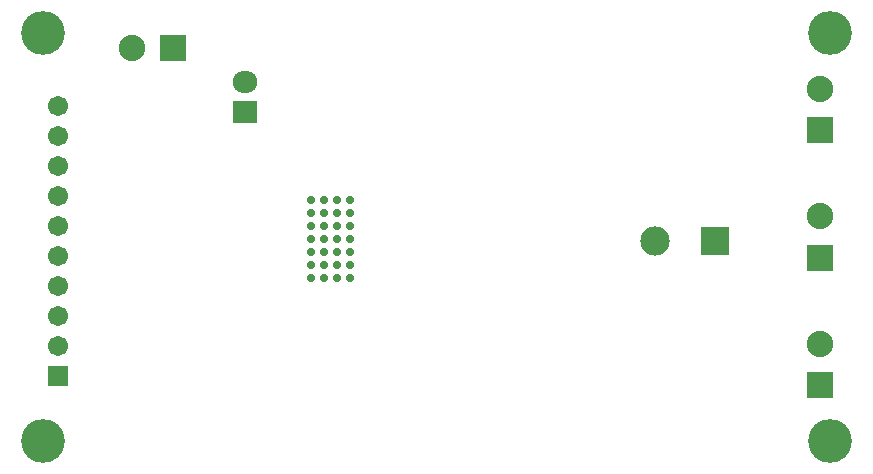
<source format=gbs>
G04*
G04 #@! TF.GenerationSoftware,Altium Limited,Altium Designer,20.2.7 (254)*
G04*
G04 Layer_Color=16711935*
%FSLAX24Y24*%
%MOIN*%
G70*
G04*
G04 #@! TF.SameCoordinates,A2DF4F17-84A0-47B6-94FA-DBA5B2F971EF*
G04*
G04*
G04 #@! TF.FilePolarity,Negative*
G04*
G01*
G75*
%ADD30C,0.1460*%
%ADD31C,0.0980*%
%ADD32R,0.0980X0.0980*%
%ADD33C,0.0880*%
%ADD34R,0.0880X0.0880*%
%ADD35O,0.0830X0.0730*%
%ADD36R,0.0830X0.0730*%
%ADD37C,0.0671*%
%ADD38R,0.0671X0.0671*%
%ADD39R,0.0880X0.0880*%
%ADD40C,0.0277*%
D30*
X21400Y21000D02*
D03*
X47650D02*
D03*
Y34600D02*
D03*
X21400D02*
D03*
D31*
X41800Y27650D02*
D03*
D32*
X43800D02*
D03*
D33*
X24372Y34100D02*
D03*
X47300Y28478D02*
D03*
Y24228D02*
D03*
Y32728D02*
D03*
D34*
X25750Y34100D02*
D03*
D35*
X28150Y32960D02*
D03*
D36*
Y31950D02*
D03*
D37*
X21900Y32150D02*
D03*
Y31150D02*
D03*
Y30150D02*
D03*
Y28150D02*
D03*
Y26150D02*
D03*
Y24150D02*
D03*
Y25150D02*
D03*
Y27150D02*
D03*
Y29150D02*
D03*
D38*
Y23150D02*
D03*
D39*
X47300Y27100D02*
D03*
Y22850D02*
D03*
Y31350D02*
D03*
D40*
X31646Y26426D02*
D03*
X31213D02*
D03*
X30780D02*
D03*
X30346D02*
D03*
X31646Y26859D02*
D03*
X31213D02*
D03*
X30780D02*
D03*
X30346D02*
D03*
X31646Y27292D02*
D03*
X31213D02*
D03*
X30780D02*
D03*
X30346D02*
D03*
X31646Y27725D02*
D03*
X31213D02*
D03*
X30780D02*
D03*
X30346D02*
D03*
X31646Y28158D02*
D03*
X31213D02*
D03*
X30780D02*
D03*
X30346D02*
D03*
X31646Y28591D02*
D03*
X31213D02*
D03*
X30780D02*
D03*
X30346D02*
D03*
X31646Y29024D02*
D03*
X31213D02*
D03*
X30780D02*
D03*
X30346D02*
D03*
M02*

</source>
